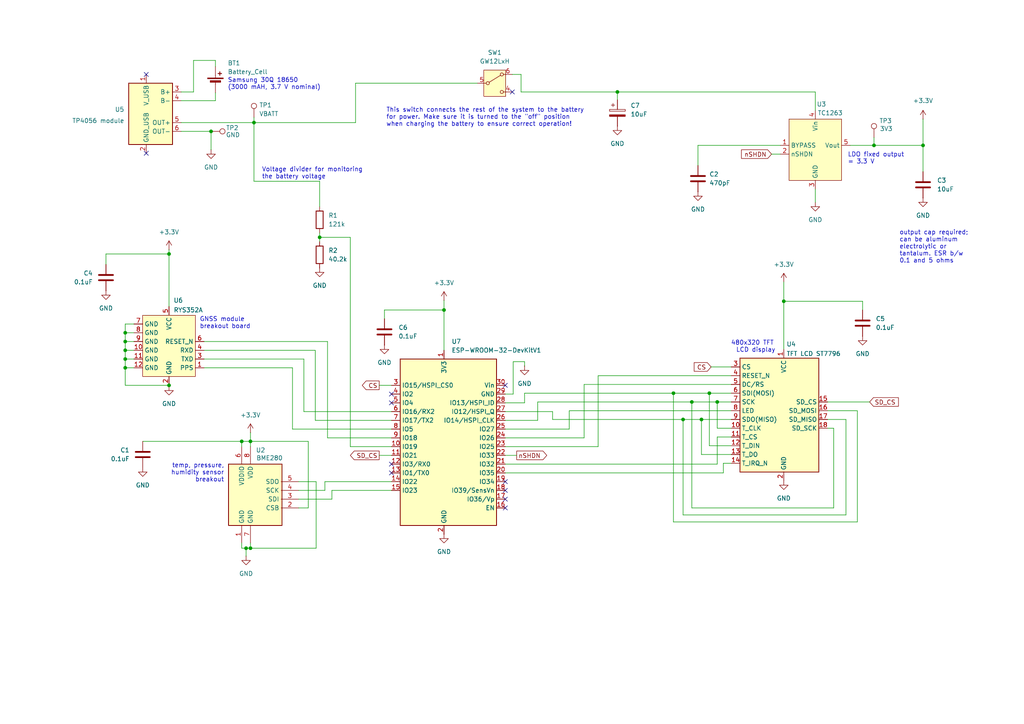
<source format=kicad_sch>
(kicad_sch (version 20231120) (generator "eeschema") (generator_version "8.0")
  (paper "A4")
  (title_block (title "FahrradTech Bike Computer") (date "2025-03-31") (rev "0"))
  (lib_symbols
    (symbol "Connector:TestPoint" (pin_numbers hide) (pin_names (offset 0.762) hide)
      (property "Reference" "TP" (at 0 6.858 0))
      (property "Value" "TestPoint" (at 0 5.08 0))
      (symbol "TestPoint_0_1"
        (circle (center 0 3.302) (radius 0.762))
      )
      (symbol "TestPoint_1_1"
        (pin passive line (at 0 0 90) (length 2.54) (name "1") (number "1"))
      )
    )
    (symbol "Device:Battery_Cell" (pin_numbers hide) (pin_names (offset 0) hide)
      (property "Reference" "BT" (at 2.54 2.54 0))
      (property "Value" "Battery_Cell" (at 2.54 0 0))
      (symbol "Battery_Cell_0_1"
        (rectangle (start -2.286 1.778) (end 2.286 1.524) (fill (type outline)))
        (rectangle (start -1.524 1.016) (end 1.524 0.508) (fill (type outline)))
        (polyline (pts (xy 0 0.762) (xy 0 0)))
        (polyline (pts (xy 0 1.778) (xy 0 2.54)))
        (polyline (pts (xy 0.762 3.048) (xy 1.778 3.048)) (stroke (width 0.254)))
        (polyline (pts (xy 1.27 3.556) (xy 1.27 2.54)) (stroke (width 0.254)))
      )
      (symbol "Battery_Cell_1_1"
        (pin passive line (at 0 5.08 270) (length 2.54) (name "+") (number "1"))
        (pin passive line (at 0 -2.54 90) (length 2.54) (name "-") (number "2"))
      )
    )
    (symbol "Device:C" (pin_numbers hide) (pin_names (offset 0.254))
      (property "Reference" "C" (at 0.635 2.54 0))
      (property "Value" "C" (at 0.635 -2.54 0))
      (symbol "C_0_1"
        (polyline (pts (xy -2.032 -0.762) (xy 2.032 -0.762)) (stroke (width 0.508)))
        (polyline (pts (xy -2.032 0.762) (xy 2.032 0.762)) (stroke (width 0.508)))
      )
      (symbol "C_1_1"
        (pin passive line (at 0 3.81 270) (length 2.794) (name "~") (number "1"))
        (pin passive line (at 0 -3.81 90) (length 2.794) (name "~") (number "2"))
      )
    )
    (symbol "Device:C_Polarized" (pin_numbers hide) (pin_names (offset 0.254))
      (property "Reference" "C" (at 0.635 2.54 0))
      (property "Value" "C_Polarized" (at 0.635 -2.54 0))
      (symbol "C_Polarized_0_1"
        (rectangle (start -2.286 0.508) (end 2.286 1.016))
        (polyline (pts (xy -1.778 2.286) (xy -0.762 2.286)))
        (polyline (pts (xy -1.27 2.794) (xy -1.27 1.778)))
        (rectangle (start 2.286 -0.508) (end -2.286 -1.016) (fill (type outline)))
      )
      (symbol "C_Polarized_1_1"
        (pin passive line (at 0 3.81 270) (length 2.794) (name "~") (number "1"))
        (pin passive line (at 0 -3.81 90) (length 2.794) (name "~") (number "2"))
      )
    )
    (symbol "Device:R" (pin_numbers hide) (pin_names (offset 0))
      (property "Reference" "R" (at 2.032 0 90))
      (property "Value" "R" (at 0 0 90))
      (symbol "R_0_1"
        (rectangle (start -1.016 -2.54) (end 1.016 2.54) (stroke (width 0.254)))
      )
      (symbol "R_1_1"
        (pin passive line (at 0 3.81 270) (length 1.27) (name "~") (number "1"))
        (pin passive line (at 0 -3.81 90) (length 1.27) (name "~") (number "2"))
      )
    )
    (symbol "FarrhadTech:BME280"
      (property "Reference" "U" (at 4.826 17.018 0))
      (property "Value" "BME280" (at 11.176 17.018 0))
      (symbol "BME280_0_1"
        (rectangle (start -5.08 15.24) (end 10.414 -2.54) (stroke (width 0.254)) (fill (type background)))
      )
      (symbol "BME280_1_1"
        (pin power_in line (at -1.27 -7.62 90) (length 5.08) (name "GND") (number "1"))
        (pin input line (at 15.24 2.54 180) (length 5.08) (name "CSB") (number "2"))
        (pin bidirectional line (at 15.24 5.08 180) (length 5.08) (name "SDI") (number "3"))
        (pin input line (at 15.24 7.62 180) (length 5.08) (name "SCK") (number "4"))
        (pin bidirectional line (at 15.24 10.16 180) (length 5.08) (name "SDO") (number "5"))
        (pin power_in line (at -1.27 20.32 270) (length 5.08) (name "VDDIO") (number "6"))
        (pin power_in line (at 1.27 -7.62 90) (length 5.08) (name "GND") (number "7"))
        (pin power_in line (at 1.27 20.32 270) (length 5.08) (name "VDD") (number "8"))
      )
    )
    (symbol "FarrhadTech:ESP-WROOM-32-DevKitV1"
      (property "Reference" "U" (at -12.7 34.29 0))
      (property "Value" "ESP-WROOM-32-DevKitV1" (at 1.27 34.29 0))
      (symbol "ESP-WROOM-32-DevKitV1_0_1"
        (rectangle (start -12.7 33.02) (end 15.24 -15.24) (stroke (width 0.254)) (fill (type background)))
      )
      (symbol "ESP-WROOM-32-DevKitV1_1_1"
        (pin power_in line (at 0 35.56 270) (length 2.54) (name "3V3") (number "1"))
        (pin bidirectional line (at -15.24 7.62 0) (length 2.54) (name "IO19") (number "10"))
        (pin bidirectional line (at -15.24 5.08 0) (length 2.54) (name "IO21") (number "11"))
        (pin bidirectional line (at -15.24 2.54 0) (length 2.54) (name "IO3/RX0") (number "12"))
        (pin bidirectional line (at -15.24 0 0) (length 2.54) (name "IO1/TX0") (number "13"))
        (pin bidirectional line (at -15.24 -2.54 0) (length 2.54) (name "IO22") (number "14"))
        (pin bidirectional line (at -15.24 -5.08 0) (length 2.54) (name "IO23") (number "15"))
        (pin input line (at 17.78 -10.16 180) (length 2.54) (name "EN") (number "16"))
        (pin input line (at 17.78 -7.62 180) (length 2.54) (name "IO36/Vp") (number "17"))
        (pin input line (at 17.78 -5.08 180) (length 2.54) (name "IO39/SensVn") (number "18"))
        (pin input line (at 17.78 -2.54 180) (length 2.54) (name "IO34") (number "19"))
        (pin power_in line (at 0 -17.78 90) (length 2.54) (name "GND") (number "2"))
        (pin input line (at 17.78 0 180) (length 2.54) (name "IO35") (number "20"))
        (pin bidirectional line (at 17.78 2.54 180) (length 2.54) (name "IO32") (number "21"))
        (pin bidirectional line (at 17.78 5.08 180) (length 2.54) (name "IO33") (number "22"))
        (pin bidirectional line (at 17.78 7.62 180) (length 2.54) (name "IO25") (number "23"))
        (pin bidirectional line (at 17.78 10.16 180) (length 2.54) (name "IO26") (number "24"))
        (pin bidirectional line (at 17.78 12.7 180) (length 2.54) (name "IO27") (number "25"))
        (pin bidirectional line (at 17.78 15.24 180) (length 2.54) (name "IO14/HSPI_CLK") (number "26"))
        (pin bidirectional line (at 17.78 17.78 180) (length 2.54) (name "IO12/HSPI_Q") (number "27"))
        (pin bidirectional line (at 17.78 20.32 180) (length 2.54) (name "IO13/HSPI_ID") (number "28"))
        (pin power_in line (at 17.78 22.86 180) (length 2.54) (name "GND") (number "29"))
        (pin bidirectional line (at -15.24 25.4 0) (length 2.54) (name "IO15/HSPI_CS0") (number "3"))
        (pin power_in line (at 17.78 25.4 180) (length 2.54) (name "Vin") (number "30"))
        (pin bidirectional line (at -15.24 22.86 0) (length 2.54) (name "IO2") (number "4"))
        (pin bidirectional line (at -15.24 20.32 0) (length 2.54) (name "IO4") (number "5"))
        (pin bidirectional line (at -15.24 17.78 0) (length 2.54) (name "IO16/RX2") (number "6"))
        (pin bidirectional line (at -15.24 15.24 0) (length 2.54) (name "IO17/TX2") (number "7"))
        (pin bidirectional line (at -15.24 12.7 0) (length 2.54) (name "IO5") (number "8"))
        (pin bidirectional line (at -15.24 10.16 0) (length 2.54) (name "IO18") (number "9"))
      )
    )
    (symbol "FarrhadTech:GW12LxH" (pin_names (offset 0) hide)
      (property "Reference" "SW" (at 0 5.08 0))
      (property "Value" "GW12LxH" (at 0 -5.08 0))
      (symbol "GW12LxH_0_1"
        (circle (center -2.032 0) (radius 0.4572))
        (polyline (pts (xy -1.651 0.254) (xy 1.651 2.286)))
        (circle (center 2.032 -2.54) (radius 0.4572))
        (circle (center 2.032 2.54) (radius 0.4572))
      )
      (symbol "GW12LxH_1_1"
        (rectangle (start -3.175 3.81) (end 3.175 -3.81) (fill (type background)))
        (pin passive line (at 5.08 -2.54 180) (length 2.54) (name "4") (number "4"))
        (pin passive line (at -5.08 0 0) (length 2.54) (name "5") (number "5"))
        (pin passive line (at 5.08 2.54 180) (length 2.54) (name "6") (number "6"))
      )
    )
    (symbol "FarrhadTech:RYS352A"
      (property "Reference" "U" (at 0 0 0))
      (property "Value" "RYS352A" (at 0 0 0))
      (symbol "RYS352A_0_1"
        (rectangle (start -7.62 -2.54) (end 7.62 -20.32) (fill (type background)))
      )
      (symbol "RYS352A_1_1"
        (pin output line (at -10.16 -17.78 0) (length 2.54) (name "PPS") (number "1"))
        (pin power_in line (at 10.16 -12.7 180) (length 2.54) (name "GND") (number "10"))
        (pin power_in line (at 10.16 -15.24 180) (length 2.54) (name "GND") (number "11"))
        (pin power_in line (at 10.16 -17.78 180) (length 2.54) (name "GND") (number "12"))
        (pin power_in line (at 0 -22.86 90) (length 2.54) (name "GND") (number "2"))
        (pin output line (at -10.16 -15.24 0) (length 2.54) (name "TXD") (number "3"))
        (pin input line (at -10.16 -12.7 0) (length 2.54) (name "RXD") (number "4"))
        (pin power_in line (at 0 0 270) (length 2.54) (name "VCC") (number "5"))
        (pin input line (at -10.16 -10.16 0) (length 2.54) (name "RESET_N") (number "6"))
        (pin power_in line (at 10.16 -5.08 180) (length 2.54) (name "GND") (number "7"))
        (pin power_in line (at 10.16 -7.62 180) (length 2.54) (name "GND") (number "8"))
        (pin power_in line (at 10.16 -10.16 180) (length 2.54) (name "GND") (number "9"))
      )
    )
    (symbol "FarrhadTech:TC1263"
      (property "Reference" "U" (at 0 0 0))
      (property "Value" "TC1263" (at 0 0 0))
      (symbol "TC1263_0_1"
        (rectangle (start -7.62 -2.54) (end 7.62 -20.32) (fill (type background)))
      )
      (symbol "TC1263_1_1"
        (pin input line (at -10.16 -10.16 0) (length 2.54) (name "BYPASS") (number "1"))
        (pin input line (at -10.16 -12.7 0) (length 2.54) (name "nSHDN") (number "2"))
        (pin power_in line (at 0 -22.86 90) (length 2.54) (name "GND") (number "3"))
        (pin power_in line (at 0 0 270) (length 2.54) (name "Vin") (number "4"))
        (pin power_in line (at 10.16 -10.16 180) (length 2.54) (name "Vout") (number "5"))
      )
    )
    (symbol "FarrhadTech:TFT_LCD_display"
      (property "Reference" "U" (at -10.16 10.16 0))
      (property "Value" "TFT LCD ST7796" (at 1.524 10.16 0))
      (symbol "TFT_LCD_display_0_1"
        (rectangle (start -12.7 7.62) (end 10.16 -25.4) (stroke (width 0.254)) (fill (type background)))
      )
      (symbol "TFT_LCD_display_1_1"
        (pin power_in line (at 0 10.16 270) (length 2.54) (name "VCC") (number "1"))
        (pin input line (at -15.24 -12.7 0) (length 2.54) (name "T_CLK") (number "10"))
        (pin input line (at -15.24 -15.24 0) (length 2.54) (name "T_CS") (number "11"))
        (pin input line (at -15.24 -17.78 0) (length 2.54) (name "T_DIN") (number "12"))
        (pin output line (at -15.24 -20.32 0) (length 2.54) (name "T_DO") (number "13"))
        (pin output line (at -15.24 -22.86 0) (length 2.54) (name "T_IRQ_N") (number "14"))
        (pin input line (at 12.7 -5.08 180) (length 2.54) (name "SD_CS") (number "15"))
        (pin input line (at 12.7 -7.62 180) (length 2.54) (name "SD_MOSI") (number "16"))
        (pin output line (at 12.7 -10.16 180) (length 2.54) (name "SD_MISO") (number "17"))
        (pin input line (at 12.7 -12.7 180) (length 2.54) (name "SD_SCK") (number "18"))
        (pin power_in line (at 0 -27.94 90) (length 2.54) (name "GND") (number "2"))
        (pin input line (at -15.24 5.08 0) (length 2.54) (name "CS") (number "3"))
        (pin input line (at -15.24 2.54 0) (length 2.54) (name "RESET_N") (number "4"))
        (pin input line (at -15.24 0 0) (length 2.54) (name "DC/RS") (number "5"))
        (pin input line (at -15.24 -2.54 0) (length 2.54) (name "SDI(MOSI)") (number "6"))
        (pin input line (at -15.24 -5.08 0) (length 2.54) (name "SCK") (number "7"))
        (pin input line (at -15.24 -7.62 0) (length 2.54) (name "LED") (number "8"))
        (pin output line (at -15.24 -10.16 0) (length 2.54) (name "SDO(MISO)") (number "9"))
      )
    )
    (symbol "FarrhadTech:TP4056"
      (property "Reference" "U" (at -7.62 10.16 0))
      (property "Value" "TP4056 module" (at 4.064 10.16 0))
      (symbol "TP4056_0_1"
        (rectangle (start -10.16 7.62) (end 2.54 -10.16) (stroke (width 0.254)) (fill (type background)))
      )
      (symbol "TP4056_1_1"
        (pin power_in line (at -2.54 10.16 270) (length 2.54) (name "V_USB") (number "1"))
        (pin power_in line (at -2.54 -12.7 90) (length 2.54) (name "GND_USB") (number "2"))
        (pin power_out line (at -12.7 5.08 0) (length 2.54) (name "B+") (number "3"))
        (pin power_out line (at -12.7 2.54 0) (length 2.54) (name "B-") (number "4"))
        (pin power_out line (at -12.7 -3.81 0) (length 2.54) (name "OUT+") (number "5"))
        (pin power_out line (at -12.7 -6.35 0) (length 2.54) (name "OUT-") (number "6"))
      )
    )
    (symbol "power:+3.3V" (power) (pin_numbers hide) (pin_names (offset 0) hide)
      (property "Value" "+3.3V" (at 0 3.556 0))
      (symbol "+3.3V_0_1"
        (polyline (pts (xy -0.762 1.27) (xy 0 2.54)))
        (polyline (pts (xy 0 0) (xy 0 2.54)))
        (polyline (pts (xy 0 2.54) (xy 0.762 1.27)))
      )
      (symbol "+3.3V_1_1"
        (pin power_in line (at 0 0 90) (length 0) (name "~") (number "1"))
      )
    )
    (symbol "power:+BATT" (power) (pin_numbers hide) (pin_names (offset 0) hide)
      (property "Value" "+BATT" (at 0 3.556 0))
      (symbol "+BATT_0_1"
        (polyline (pts (xy -0.762 1.27) (xy 0 2.54)))
        (polyline (pts (xy 0 0) (xy 0 2.54)))
        (polyline (pts (xy 0 2.54) (xy 0.762 1.27)))
      )
      (symbol "+BATT_1_1"
        (pin power_in line (at 0 0 90) (length 0) (name "~") (number "1"))
      )
    )
    (symbol "power:GND" (power) (pin_numbers hide) (pin_names (offset 0) hide)
      (property "Value" "GND" (at 0 -3.81 0))
      (symbol "GND_0_1"
        (polyline (pts (xy 0 0) (xy 0 -1.27) (xy 1.27 -1.27) (xy 0 -2.54) (xy -1.27 -1.27) (xy 0 -1.27)))
      )
      (symbol "GND_1_1"
        (pin power_in line (at 0 0 270) (length 0) (name "~") (number "1"))
      )
    )
  )
  (junction (at 71.374 159.004))
  (junction (at 92.71 68.834))
  (junction (at 70.104 128.016))
  (junction (at 61.214 38.1))
  (junction (at 36.322 99.06))
  (junction (at 208.026 116.586))
  (junction (at 227.33 87.376))
  (junction (at 267.716 42.164))
  (junction (at 128.778 89.916))
  (junction (at 200.66 116.586))
  (junction (at 73.66 35.56))
  (junction (at 72.644 159.004))
  (junction (at 36.322 104.14))
  (junction (at 195.326 114.046))
  (junction (at 253.492 42.164))
  (junction (at 36.322 96.52))
  (junction (at 36.322 101.6))
  (junction (at 72.644 128.016))
  (junction (at 49.022 73.66))
  (junction (at 179.07 26.67))
  (junction (at 198.12 121.666))
  (junction (at 205.74 114.046))
  (junction (at 36.322 106.68))
  (junction (at 203.454 121.666))
  (junction (at 49.022 111.76))
  (no_connect (at 42.418 44.45))
  (no_connect (at 113.538 114.3))
  (no_connect (at 146.558 144.78))
  (no_connect (at 113.538 116.84))
  (no_connect (at 146.558 139.7))
  (no_connect (at 148.59 26.67))
  (no_connect (at 113.538 134.62))
  (no_connect (at 42.418 21.59))
  (no_connect (at 146.558 142.24))
  (no_connect (at 146.558 111.76))
  (no_connect (at 113.538 137.16))
  (no_connect (at 146.558 147.32))
  (wire (pts (xy 92.71 52.578) (xy 73.66 52.578)))
  (wire (pts (xy 202.438 42.164) (xy 202.438 48.006)))
  (wire (pts (xy 94.234 142.24) (xy 94.234 139.7)))
  (wire (pts (xy 209.804 134.366) (xy 209.804 137.16)))
  (wire (pts (xy 59.182 101.6) (xy 91.44 101.6)))
  (wire (pts (xy 236.474 26.67) (xy 236.474 32.004)))
  (wire (pts (xy 88.138 104.14) (xy 88.138 119.38)))
  (wire (pts (xy 151.13 21.59) (xy 151.13 26.67)))
  (wire (pts (xy 84.836 124.46) (xy 113.538 124.46)))
  (wire (pts (xy 59.182 99.06) (xy 94.996 99.06)))
  (wire (pts (xy 111.506 89.916) (xy 111.506 92.456)))
  (wire (pts (xy 73.66 35.56) (xy 103.124 35.56)))
  (wire (pts (xy 203.454 131.826) (xy 203.454 121.666)))
  (wire (pts (xy 246.634 42.164) (xy 253.492 42.164)))
  (wire (pts (xy 92.71 68.834) (xy 101.6 68.834)))
  (wire (pts (xy 36.322 99.06) (xy 36.322 101.6)))
  (wire (pts (xy 84.836 106.68) (xy 84.836 124.46)))
  (wire (pts (xy 146.558 121.92) (xy 155.956 121.92)))
  (wire (pts (xy 241.808 147.32) (xy 200.66 147.32)))
  (wire (pts (xy 91.44 121.92) (xy 113.538 121.92)))
  (wire (pts (xy 38.862 93.98) (xy 36.322 93.98)))
  (wire (pts (xy 59.182 106.68) (xy 84.836 106.68)))
  (wire (pts (xy 241.808 124.206) (xy 241.808 147.32)))
  (wire (pts (xy 212.09 129.286) (xy 205.74 129.286)))
  (wire (pts (xy 72.644 157.48) (xy 72.644 159.004)))
  (wire (pts (xy 36.322 111.76) (xy 49.022 111.76)))
  (wire (pts (xy 208.026 126.746) (xy 212.09 126.746)))
  (wire (pts (xy 70.104 128.016) (xy 72.644 128.016)))
  (wire (pts (xy 103.124 24.13) (xy 103.124 35.56)))
  (wire (pts (xy 59.182 104.14) (xy 88.138 104.14)))
  (wire (pts (xy 94.234 139.7) (xy 113.538 139.7)))
  (wire (pts (xy 62.484 29.21) (xy 62.484 26.924)))
  (wire (pts (xy 253.492 42.164) (xy 267.716 42.164)))
  (wire (pts (xy 52.578 38.1) (xy 61.214 38.1)))
  (wire (pts (xy 49.022 73.66) (xy 49.022 88.9)))
  (wire (pts (xy 96.266 144.78) (xy 96.266 142.24)))
  (wire (pts (xy 96.266 142.24) (xy 113.538 142.24)))
  (wire (pts (xy 173.482 129.54) (xy 173.482 108.966)))
  (wire (pts (xy 206.248 106.426) (xy 212.09 106.426)))
  (wire (pts (xy 103.124 24.13) (xy 138.43 24.13)))
  (wire (pts (xy 109.982 132.08) (xy 113.538 132.08)))
  (wire (pts (xy 203.454 121.666) (xy 212.09 121.666)))
  (wire (pts (xy 52.578 26.67) (xy 56.134 26.67)))
  (wire (pts (xy 152.146 114.046) (xy 195.326 114.046)))
  (wire (pts (xy 36.322 104.14) (xy 36.322 106.68)))
  (wire (pts (xy 198.12 149.352) (xy 198.12 121.666)))
  (wire (pts (xy 41.402 128.016) (xy 70.104 128.016)))
  (wire (pts (xy 165.1 119.126) (xy 212.09 119.126)))
  (wire (pts (xy 86.614 139.7) (xy 91.694 139.7)))
  (wire (pts (xy 89.408 147.32) (xy 89.408 128.016)))
  (wire (pts (xy 208.026 116.586) (xy 212.09 116.586)))
  (wire (pts (xy 38.862 101.6) (xy 36.322 101.6)))
  (wire (pts (xy 92.71 67.564) (xy 92.71 68.834)))
  (wire (pts (xy 30.734 76.708) (xy 30.734 73.66)))
  (wire (pts (xy 198.12 121.666) (xy 203.454 121.666)))
  (wire (pts (xy 128.778 101.6) (xy 128.778 89.916)))
  (wire (pts (xy 151.13 26.67) (xy 179.07 26.67)))
  (wire (pts (xy 30.734 73.66) (xy 49.022 73.66)))
  (wire (pts (xy 52.578 35.56) (xy 73.66 35.56)))
  (wire (pts (xy 36.322 101.6) (xy 36.322 104.14)))
  (wire (pts (xy 86.614 144.78) (xy 96.266 144.78)))
  (wire (pts (xy 38.862 104.14) (xy 36.322 104.14)))
  (wire (pts (xy 86.614 147.32) (xy 89.408 147.32)))
  (wire (pts (xy 128.778 87.122) (xy 128.778 89.916)))
  (wire (pts (xy 92.71 59.944) (xy 92.71 52.578)))
  (wire (pts (xy 227.33 81.788) (xy 227.33 87.376)))
  (wire (pts (xy 209.804 134.366) (xy 212.09 134.366)))
  (wire (pts (xy 91.44 101.6) (xy 91.44 121.92)))
  (wire (pts (xy 56.134 26.67) (xy 56.134 17.526)))
  (wire (pts (xy 250.19 87.376) (xy 227.33 87.376)))
  (wire (pts (xy 72.644 125.476) (xy 72.644 128.016)))
  (wire (pts (xy 146.558 129.54) (xy 173.482 129.54)))
  (wire (pts (xy 36.322 96.52) (xy 36.322 99.06)))
  (wire (pts (xy 49.022 72.39) (xy 49.022 73.66)))
  (wire (pts (xy 223.774 44.704) (xy 226.314 44.704)))
  (wire (pts (xy 88.138 119.38) (xy 113.538 119.38)))
  (wire (pts (xy 109.982 111.76) (xy 113.538 111.76)))
  (wire (pts (xy 146.558 116.84) (xy 152.146 116.84)))
  (wire (pts (xy 165.1 124.46) (xy 165.1 119.126)))
  (wire (pts (xy 227.33 87.376) (xy 227.33 101.346)))
  (wire (pts (xy 91.694 139.7) (xy 91.694 159.004)))
  (wire (pts (xy 73.66 52.578) (xy 73.66 35.56)))
  (wire (pts (xy 208.026 124.206) (xy 208.026 116.586)))
  (wire (pts (xy 152.146 116.84) (xy 152.146 114.046)))
  (wire (pts (xy 212.09 124.206) (xy 208.026 124.206)))
  (wire (pts (xy 146.558 124.46) (xy 165.1 124.46)))
  (wire (pts (xy 267.716 42.164) (xy 267.716 49.784)))
  (wire (pts (xy 91.694 159.004) (xy 72.644 159.004)))
  (wire (pts (xy 250.19 89.916) (xy 250.19 87.376)))
  (wire (pts (xy 146.558 119.38) (xy 160.274 119.38)))
  (wire (pts (xy 205.74 114.046) (xy 205.74 129.286)))
  (wire (pts (xy 146.558 137.16) (xy 209.804 137.16)))
  (wire (pts (xy 70.104 157.48) (xy 70.104 159.004)))
  (wire (pts (xy 173.482 108.966) (xy 212.09 108.966)))
  (wire (pts (xy 73.66 34.036) (xy 73.66 35.56)))
  (wire (pts (xy 52.578 29.21) (xy 62.484 29.21)))
  (wire (pts (xy 240.03 119.126) (xy 248.666 119.126)))
  (wire (pts (xy 70.104 128.016) (xy 70.104 129.54)))
  (wire (pts (xy 160.274 119.38) (xy 160.274 121.666)))
  (wire (pts (xy 146.558 127) (xy 169.418 127)))
  (wire (pts (xy 152.146 104.902) (xy 152.146 106.172)))
  (wire (pts (xy 195.326 151.384) (xy 195.326 114.046)))
  (wire (pts (xy 236.474 54.864) (xy 236.474 58.674)))
  (wire (pts (xy 94.996 99.06) (xy 94.996 127)))
  (wire (pts (xy 148.844 114.3) (xy 148.844 104.902)))
  (wire (pts (xy 38.862 99.06) (xy 36.322 99.06)))
  (wire (pts (xy 146.558 132.08) (xy 149.86 132.08)))
  (wire (pts (xy 146.558 134.62) (xy 208.026 134.62)))
  (wire (pts (xy 111.506 89.916) (xy 128.778 89.916)))
  (wire (pts (xy 248.666 119.126) (xy 248.666 151.384)))
  (wire (pts (xy 89.408 128.016) (xy 72.644 128.016)))
  (wire (pts (xy 253.492 39.878) (xy 253.492 42.164)))
  (wire (pts (xy 101.6 68.834) (xy 101.6 129.54)))
  (wire (pts (xy 38.862 106.68) (xy 36.322 106.68)))
  (wire (pts (xy 148.59 21.59) (xy 151.13 21.59)))
  (wire (pts (xy 169.418 127) (xy 169.418 111.506)))
  (wire (pts (xy 245.364 121.666) (xy 245.364 149.352)))
  (wire (pts (xy 101.6 129.54) (xy 113.538 129.54)))
  (wire (pts (xy 92.71 68.834) (xy 92.71 70.104)))
  (wire (pts (xy 86.614 142.24) (xy 94.234 142.24)))
  (wire (pts (xy 148.844 104.902) (xy 152.146 104.902)))
  (wire (pts (xy 240.03 121.666) (xy 245.364 121.666)))
  (wire (pts (xy 212.09 131.826) (xy 203.454 131.826)))
  (wire (pts (xy 169.418 111.506) (xy 212.09 111.506)))
  (wire (pts (xy 267.716 34.544) (xy 267.716 42.164)))
  (wire (pts (xy 38.862 96.52) (xy 36.322 96.52)))
  (wire (pts (xy 226.314 42.164) (xy 202.438 42.164)))
  (wire (pts (xy 71.374 159.004) (xy 71.374 161.29)))
  (wire (pts (xy 200.66 116.586) (xy 208.026 116.586)))
  (wire (pts (xy 240.03 124.206) (xy 241.808 124.206)))
  (wire (pts (xy 195.326 114.046) (xy 205.74 114.046)))
  (wire (pts (xy 200.66 116.586) (xy 200.66 147.32)))
  (wire (pts (xy 248.666 151.384) (xy 195.326 151.384)))
  (wire (pts (xy 72.644 159.004) (xy 71.374 159.004)))
  (wire (pts (xy 36.322 93.98) (xy 36.322 96.52)))
  (wire (pts (xy 245.364 149.352) (xy 198.12 149.352)))
  (wire (pts (xy 146.558 114.3) (xy 148.844 114.3)))
  (wire (pts (xy 155.956 116.586) (xy 200.66 116.586)))
  (wire (pts (xy 94.996 127) (xy 113.538 127)))
  (wire (pts (xy 56.134 17.526) (xy 62.484 17.526)))
  (wire (pts (xy 179.07 28.956) (xy 179.07 26.67)))
  (wire (pts (xy 49.022 112.014) (xy 49.022 111.76)))
  (wire (pts (xy 72.644 128.016) (xy 72.644 129.54)))
  (wire (pts (xy 179.07 26.67) (xy 236.474 26.67)))
  (wire (pts (xy 205.74 114.046) (xy 212.09 114.046)))
  (wire (pts (xy 36.322 106.68) (xy 36.322 111.76)))
  (wire (pts (xy 61.214 38.1) (xy 61.214 43.434)))
  (wire (pts (xy 70.104 159.004) (xy 71.374 159.004)))
  (wire (pts (xy 160.274 121.666) (xy 198.12 121.666)))
  (wire (pts (xy 62.484 17.526) (xy 62.484 19.304)))
  (wire (pts (xy 155.956 121.92) (xy 155.956 116.586)))
  (wire (pts (xy 240.03 116.586) (xy 252.222 116.586)))
  (wire (pts (xy 208.026 134.62) (xy 208.026 126.746)))
  (text "output cap required; \ncan be aluminum\nelectrolytic or \ntantalum. ESR b/w \n0.1 and 5 ohms" (at 260.858 71.628 0) (effects (font (size 1.27 1.27)) (justify left)))
  (text "This switch connects the rest of the system to the battery  \nfor power. Make sure it is turned to the \"off\" position \nwhen charging the battery to ensure correct operation!" (at 112.014 34.036 0) (effects (font (size 1.27 1.27)) (justify left)))
  (text "Samsung 30Q 18650 \n(3000 mAH, 3.7 V nominal)" (at 66.04 24.384 0) (effects (font (size 1.27 1.27)) (justify left)))
  (text "Voltage divider for monitoring \nthe battery voltage" (at 75.946 50.292 0) (effects (font (size 1.27 1.27)) (justify left)))
  (text "temp, pressure,\nhumidity sensor\nbreakout" (exclude_from_sim yes) (at 65.024 137.16 0) (effects (font (size 1.27 1.27)) (justify right)))
  (text "GNSS module\nbreakout board" (exclude_from_sim yes) (at 57.912 93.726 0) (effects (font (size 1.27 1.27)) (justify left)))
  (text "LDO fixed output \n= 3.3 V" (at 245.872 45.974 0) (effects (font (size 1.27 1.27)) (justify left)))
  (text "480x320 TFT  \nLCD display" (exclude_from_sim yes) (at 219.202 100.584 0) (effects (font (size 1.27 1.27))))
  (global_label "CS" (shape output) (at 109.982 111.76 180) (property "Intersheetrefs" "${INTERSHEET_REFS}" (effects (hide yes))))
  (global_label "nSHDN" (shape output) (at 149.86 132.08 0) (property "Intersheetrefs" "${INTERSHEET_REFS}" (effects (hide yes))))
  (global_label "SD_CS" (shape output) (at 109.982 132.08 180) (property "Intersheetrefs" "${INTERSHEET_REFS}" (effects (hide yes))))
  (global_label "SD_CS" (shape input) (at 252.222 116.586 0) (property "Intersheetrefs" "${INTERSHEET_REFS}" (effects (hide yes))))
  (global_label "nSHDN" (shape input) (at 223.774 44.704 180) (property "Intersheetrefs" "${INTERSHEET_REFS}" (effects (hide yes))))
  (global_label "CS" (shape input) (at 206.248 106.426 180) (property "Intersheetrefs" "${INTERSHEET_REFS}" (effects (hide yes))))
  (symbol (lib_id "FarrhadTech:RYS352A") (at 49.022 88.9 0) (mirror y) (unit 1)
    (property "Reference" "U6" (at 53.086 87.122 0) (effects (justify left)))
    (property "Value" "RYS352A" (at 54.61 89.916 0))
    (property "Footprint" "FahrradTech:RYS352A" (effects (hide yes)))
    (property "Datasheet" "https://reyax.com//upload/products_download/download_file/RYS352A.pdf" (effects (hide yes)))
    (property "Description" "UART GNSS antenna module" (effects (hide yes)))
    (property "Part Num" "REYAX RYS352A" (effects (hide yes)))
  )
  (symbol (lib_id "power:GND") (at 202.438 55.626 0) (unit 1)
    (property "Reference" "#PWR018" (effects (hide yes)))
    (property "Value" "GND" (at 202.438 60.706 0))
    (property "Description" "Power symbol creates a global label with name \"GND\" , ground" (effects (hide yes)))
  )
  (symbol (lib_id "power:GND") (at 49.022 112.014 0) (mirror y) (unit 1)
    (property "Reference" "#PWR04" (effects (hide yes)))
    (property "Value" "GND" (at 49.022 117.094 0))
    (property "Description" "Power symbol creates a global label with name \"GND\" , ground" (effects (hide yes)))
  )
  (symbol (lib_id "power:GND") (at 152.146 106.172 0) (mirror y) (unit 1)
    (property "Reference" "#PWR07" (effects (hide yes)))
    (property "Value" "GND" (at 152.146 111.252 0))
    (property "Description" "Power symbol creates a global label with name \"GND\" , ground" (effects (hide yes)))
  )
  (symbol (lib_id "power:+3.3V") (at 72.644 125.476 0) (mirror y) (unit 1)
    (property "Reference" "#PWR02" (effects (hide yes)))
    (property "Value" "+3.3V" (at 72.644 120.396 0))
    (property "Description" "Power symbol creates a global label with name \"+3.3V\"" (effects (hide yes)))
  )
  (symbol (lib_id "power:GND") (at 111.506 100.076 0) (mirror y) (unit 1)
    (property "Reference" "#PWR01" (effects (hide yes)))
    (property "Value" "GND" (at 111.506 105.156 0))
    (property "Description" "Power symbol creates a global label with name \"GND\" , ground" (effects (hide yes)))
  )
  (symbol (lib_id "power:GND") (at 61.214 43.434 0) (unit 1)
    (property "Reference" "#PWR06" (effects (hide yes)))
    (property "Value" "GND" (at 61.214 48.514 0))
    (property "Description" "Power symbol creates a global label with name \"GND\" , ground" (effects (hide yes)))
  )
  (symbol (lib_id "Connector:TestPoint") (at 253.492 39.878 0) (unit 1)
    (property "Reference" "TP3" (at 255.016 35.052 0) (effects (justify left)))
    (property "Value" "3V3" (at 257.048 37.338 0))
    (property "Footprint" "FahrradTech:TestPoint_Keystone_5000-5004_Miniature" (effects (hide yes)))
    (property "Description" "Test point loop, red" (effects (hide yes)))
    (property "Part Num" "Keystone Electronics 5000" (effects (hide yes)))
  )
  (symbol (lib_id "power:GND") (at 41.402 135.636 0) (mirror y) (unit 1)
    (property "Reference" "#PWR09" (effects (hide yes)))
    (property "Value" "GND" (at 41.402 140.716 0))
    (property "Description" "Power symbol creates a global label with name \"GND\" , ground" (effects (hide yes)))
  )
  (symbol (lib_id "FarrhadTech:ESP-WROOM-32-DevKitV1") (at 128.778 137.16 0) (unit 1)
    (property "Reference" "U7" (at 130.9721 99.06 0) (effects (justify left)))
    (property "Value" "ESP-WROOM-32-DevKitV1" (at 130.9721 101.6 0) (effects (justify left)))
    (property "Footprint" "FahrradTech:ESP-WROOM-32_DevKitV1" (effects (hide yes)))
    (property "Datasheet" "..." (effects (hide yes)))
    (property "Description" "RF Module, ESP32-D0WDQ6 SoC, Wi-Fi 802.11b/g/n, Bluetooth, BLE, 32-bit, 2.7-3.6V, onboard antenna, SMD" (effects (hide yes)))
    (property "Part Num" "ESP-WROOM-32-DevKitV1" (effects (hide yes)))
  )
  (symbol (lib_id "power:+3.3V") (at 49.022 72.39 0) (mirror y) (unit 1)
    (property "Reference" "#PWR011" (effects (hide yes)))
    (property "Value" "+3.3V" (at 49.022 67.31 0))
    (property "Description" "Power symbol creates a global label with name \"+3.3V\"" (effects (hide yes)))
  )
  (symbol (lib_id "Device:C") (at 111.506 96.266 0) (mirror y) (unit 1)
    (property "Reference" "C6" (at 115.57 94.9959 0) (effects (justify right)))
    (property "Value" "0.1uF" (at 115.57 97.5359 0) (effects (justify right)))
    (property "Footprint" "Capacitor_THT:C_Rect_L4.6mm_W2.0mm_P2.50mm_MKS02_FKP02" (effects (hide yes)))
    (property "Description" "Unpolarized capacitor, 50 VDC, X7R, 10%, 2.5 mm lead spacing" (effects (hide yes)))
    (property "Part Num" "FG18X7R1H104KNT00" (effects (hide yes)))
  )
  (symbol (lib_id "FarrhadTech:TFT_LCD_display") (at 227.33 111.506 0) (unit 1)
    (property "Reference" "U4" (at 228.092 99.822 0) (effects (justify left)))
    (property "Value" "TFT LCD ST7796" (at 228.092 101.854 0) (effects (justify left top)))
    (property "Footprint" "FahrradTech:Display_420x380" (effects (hide yes)))
    (property "Datasheet" "http://www.lcdwiki.com/4.0inch_SPI_Module_ST7796" (effects (hide yes)))
    (property "Description" "480x320 TFT Touch Screen LCD" (effects (hide yes)))
    (property "Part Num" "Hosyond TFT LCD 480x320" (effects (hide yes)))
  )
  (symbol (lib_id "FarrhadTech:TP4056") (at 39.878 31.75 0) (mirror y) (unit 1)
    (property "Reference" "U5" (at 36.068 31.7499 0) (effects (justify left)))
    (property "Value" "TP4056 module" (at 36.068 34.2899 0) (effects (justify left top)))
    (property "Footprint" "FahrradTech:TP4056_module" (effects (hide yes)))
    (property "Datasheet" "https://scienticy.com/tp4065-module-3-7v-lithium-battery-charging-with-protection/" (effects (hide yes)))
    (property "Description" "18650 battery management module" (effects (hide yes)))
    (property "Part Num" "TP4056 module" (effects (hide yes)))
  )
  (symbol (lib_id "FarrhadTech:GW12LxH") (at 143.51 24.13 0) (unit 1)
    (property "Reference" "SW1" (at 143.51 15.24 0))
    (property "Value" "GW12LxH" (at 143.51 17.78 0))
    (property "Footprint" "FahrradTech:SW_Lever_1P2T_NKK_GW12LxH" (effects (hide yes)))
    (property "Description" "SPDT paddle switch, red, right-angle" (effects (hide yes)))
    (property "Part Num" "GW12LxH" (effects (hide yes)))
  )
  (symbol (lib_id "FarrhadTech:TC1263") (at 236.474 32.004 0) (unit 1)
    (property "Reference" "U3" (at 238.252 30.226 0))
    (property "Value" "TC1263" (at 240.792 32.766 0))
    (property "Footprint" "FahrradTech:TO-220-5_P3.4x3.8mm_StaggerOdd_Lead7.13mm_TabDown" (effects (hide yes)))
    (property "Datasheet" "https://www.mouser.com/ProductDetail/Microchip-Technology/TC1263-3.3VAT?qs=%2FW%252B71d8egwXO3TfDnMDtKg%3D%3D" (effects (hide yes)))
    (property "Description" "3.3 V Fixed-Output CMOS LDO" (effects (hide yes)))
    (property "Part Num" "TC1263-3.3VAT" (effects (hide yes)))
  )
  (symbol (lib_id "Device:R") (at 92.71 73.914 0) (unit 1)
    (property "Reference" "R2" (at 95.25 72.6439 0) (effects (justify left)))
    (property "Value" "40.2k" (at 95.25 75.1839 0) (effects (justify left)))
    (property "Footprint" "Resistor_THT:R_Axial_DIN0207_L6.3mm_D2.5mm_P10.16mm_Horizontal" (effects (hide yes)))
    (property "Description" "Resistor, 0.25 W, 1%" (effects (hide yes)))
    (property "Part Num" "MFR-25FTE52-40K2 " (effects (hide yes)))
  )
  (symbol (lib_id "Device:C") (at 202.438 51.816 0) (unit 1)
    (property "Reference" "C2" (at 205.74 50.5459 0) (effects (justify left)))
    (property "Value" "470pF" (at 205.74 53.0859 0) (effects (justify left)))
    (property "Footprint" "Capacitor_THT:C_Rect_L4.6mm_W2.0mm_P2.50mm_MKS02_FKP02" (effects (hide yes)))
    (property "Description" "Unpolarized capacitor, 50 VDC, X7R, 10%, 2.5 mm lead spacing" (effects (hide yes)))
    (property "Part Num" "K471K15X7RF53L2" (effects (hide yes)))
  )
  (symbol (lib_id "power:GND") (at 227.33 139.446 0) (mirror y) (unit 1)
    (property "Reference" "#PWR03" (effects (hide yes)))
    (property "Value" "GND" (at 227.33 144.526 0))
    (property "Description" "Power symbol creates a global label with name \"GND\" , ground" (effects (hide yes)))
  )
  (symbol (lib_id "Connector:TestPoint") (at 61.214 38.1 270) (unit 1)
    (property "Reference" "TP2" (at 65.532 37.084 90) (effects (justify left)))
    (property "Value" "GND" (at 67.564 39.116 90))
    (property "Footprint" "FahrradTech:TestPoint_Keystone_5000-5004_Miniature" (effects (hide yes)))
    (property "Description" "Test point loop, black" (effects (hide yes)))
    (property "Part Num" "Keystone Electronics 5002" (effects (hide yes)))
  )
  (symbol (lib_id "Device:R") (at 92.71 63.754 0) (unit 1)
    (property "Reference" "R1" (at 95.25 62.4839 0) (effects (justify left)))
    (property "Value" "121k" (at 95.25 65.0239 0) (effects (justify left)))
    (property "Footprint" "Resistor_THT:R_Axial_DIN0207_L6.3mm_D2.5mm_P10.16mm_Horizontal" (effects (hide yes)))
    (property "Description" "Resistor, 0.25 W, 1%" (effects (hide yes)))
    (property "Part Num" "MFR-25FBF52-121K" (effects (hide yes)))
  )
  (symbol (lib_id "Device:C") (at 267.716 53.594 0) (unit 1)
    (property "Reference" "C3" (at 271.78 52.3239 0) (effects (justify left)))
    (property "Value" "10uF" (at 271.78 54.8639 0) (effects (justify left)))
    (property "Footprint" "Capacitor_THT:CP_Radial_D5.0mm_P2.00mm" (effects (hide yes)))
    (property "Description" "Polarized capacitor, 25 VDC, 20%, 2mm lead spacing" (effects (hide yes)))
    (property "Part Num" "ECA-1EM100" (effects (hide yes)))
  )
  (symbol (lib_id "Device:C") (at 30.734 80.518 0) (mirror y) (unit 1)
    (property "Reference" "C4" (at 26.924 79.2479 0) (effects (justify left)))
    (property "Value" "0.1uF" (at 26.924 81.7879 0) (effects (justify left)))
    (property "Footprint" "Capacitor_THT:C_Rect_L4.6mm_W2.0mm_P2.50mm_MKS02_FKP02" (effects (hide yes)))
    (property "Description" "Unpolarized capacitor, 50 VDC, X7R, 10%, 2.5 mm lead spacing" (effects (hide yes)))
    (property "Part Num" "FG18X7R1H104KNT00" (effects (hide yes)))
  )
  (symbol (lib_id "power:+BATT") (at 267.716 34.544 0) (unit 1)
    (property "Reference" "#PWR010" (effects (hide yes)))
    (property "Value" "+3.3V" (at 267.716 29.21 0))
    (property "Description" "Power symbol creates a global label with name \"+BATT\"" (effects (hide yes)))
  )
  (symbol (lib_id "Connector:TestPoint") (at 73.66 34.036 0) (unit 1)
    (property "Reference" "TP1" (at 75.184 30.48 0) (effects (justify left)))
    (property "Value" "VBATT" (at 77.978 33.02 0))
    (property "Footprint" "FahrradTech:TestPoint_Keystone_5000-5004_Miniature" (effects (hide yes)))
    (property "Description" "Test point loop, red" (effects (hide yes)))
    (property "Part Num" "Keystone Electronics 5000" (effects (hide yes)))
  )
  (symbol (lib_id "power:GND") (at 71.374 161.29 0) (mirror y) (unit 1)
    (property "Reference" "#PWR08" (effects (hide yes)))
    (property "Value" "GND" (at 71.374 166.37 0))
    (property "Description" "Power symbol creates a global label with name \"GND\" , ground" (effects (hide yes)))
  )
  (symbol (lib_id "power:GND") (at 92.71 77.724 0) (unit 1)
    (property "Reference" "#PWR05" (effects (hide yes)))
    (property "Value" "GND" (at 92.71 82.804 0))
    (property "Description" "Power symbol creates a global label with name \"GND\" , ground" (effects (hide yes)))
  )
  (symbol (lib_id "power:GND") (at 179.07 36.576 0) (unit 1)
    (property "Reference" "#PWR013" (effects (hide yes)))
    (property "Value" "GND" (at 179.07 41.656 0))
    (property "Description" "Power symbol creates a global label with name \"GND\" , ground" (effects (hide yes)))
  )
  (symbol (lib_id "Device:C") (at 250.19 93.726 0) (unit 1)
    (property "Reference" "C5" (at 254 92.4559 0) (effects (justify left)))
    (property "Value" "0.1uF" (at 254 94.9959 0) (effects (justify left)))
    (property "Footprint" "Capacitor_THT:C_Rect_L4.6mm_W2.0mm_P2.50mm_MKS02_FKP02" (effects (hide yes)))
    (property "Description" "Unpolarized capacitor, 50 VDC, X7R, 10%, 2.5 mm lead spacing" (effects (hide yes)))
    (property "Part Num" "FG18X7R1H104KNT00" (effects (hide yes)))
  )
  (symbol (lib_id "power:+3.3V") (at 128.778 87.122 0) (mirror y) (unit 1)
    (property "Reference" "#PWR020" (effects (hide yes)))
    (property "Value" "+3.3V" (at 128.778 82.042 0))
    (property "Description" "Power symbol creates a global label with name \"+3.3V\"" (effects (hide yes)))
  )
  (symbol (lib_id "power:GND") (at 30.734 84.328 0) (mirror y) (unit 1)
    (property "Reference" "#PWR016" (effects (hide yes)))
    (property "Value" "GND" (at 30.734 89.408 0))
    (property "Description" "Power symbol creates a global label with name \"GND\" , ground" (effects (hide yes)))
  )
  (symbol (lib_id "power:GND") (at 128.778 154.94 0) (mirror y) (unit 1)
    (property "Reference" "#PWR021" (effects (hide yes)))
    (property "Value" "GND" (at 128.778 160.02 0))
    (property "Description" "Power symbol creates a global label with name \"GND\" , ground" (effects (hide yes)))
  )
  (symbol (lib_id "power:GND") (at 250.19 97.536 0) (mirror y) (unit 1)
    (property "Reference" "#PWR017" (effects (hide yes)))
    (property "Value" "GND" (at 250.19 102.616 0))
    (property "Description" "Power symbol creates a global label with name \"GND\" , ground" (effects (hide yes)))
  )
  (symbol (lib_id "Device:C") (at 41.402 131.826 0) (mirror y) (unit 1)
    (property "Reference" "C1" (at 37.592 130.5559 0) (effects (justify left)))
    (property "Value" "0.1uF" (at 37.592 133.0959 0) (effects (justify left)))
    (property "Footprint" "Capacitor_THT:C_Rect_L4.6mm_W2.0mm_P2.50mm_MKS02_FKP02" (effects (hide yes)))
    (property "Description" "Unpolarized capacitor, 50 VDC, X7R, 10%, 2.5 mm lead spacing" (effects (hide yes)))
    (property "Part Num" "FG18X7R1H104KNT00" (effects (hide yes)))
  )
  (symbol (lib_id "Device:Battery_Cell") (at 62.484 24.384 0) (unit 1)
    (property "Reference" "BT1" (at 66.04 18.288 0) (effects (justify left)))
    (property "Value" "Battery_Cell" (at 66.04 20.828 0) (effects (justify left)))
    (property "Footprint" "FahrradTech:BatteryHolder_18650" (effects (hide yes)))
    (property "Description" "18650 battery, 3000 mAH, 3.7 V nominal" (effects (hide yes)))
    (property "Part Num" "Samsung 30Q 18650" (effects (hide yes)))
  )
  (symbol (lib_id "power:+3.3V") (at 227.33 81.788 0) (mirror y) (unit 1)
    (property "Reference" "#PWR012" (effects (hide yes)))
    (property "Value" "+3.3V" (at 227.33 76.708 0))
    (property "Description" "Power symbol creates a global label with name \"+3.3V\"" (effects (hide yes)))
  )
  (symbol (lib_id "power:GND") (at 236.474 58.674 0) (unit 1)
    (property "Reference" "#PWR014" (effects (hide yes)))
    (property "Value" "GND" (at 236.474 63.754 0))
    (property "Description" "Power symbol creates a global label with name \"GND\" , ground" (effects (hide yes)))
  )
  (symbol (lib_id "Device:C_Polarized") (at 179.07 32.766 0) (unit 1)
    (property "Reference" "C7" (at 182.88 30.6069 0) (effects (justify left)))
    (property "Value" "10uF" (at 182.88 33.1469 0) (effects (justify left)))
    (property "Footprint" "Capacitor_THT:CP_Radial_D5.0mm_P2.00mm" (effects (hide yes)))
    (property "Description" "Polarized capacitor, 25 VDC, 20%, 2mm lead spacing" (effects (hide yes)))
    (property "Part Num" "ECA-1EM100" (effects (hide yes)))
  )
  (symbol (lib_id "power:GND") (at 267.716 57.404 0) (unit 1)
    (property "Reference" "#PWR019" (effects (hide yes)))
    (property "Value" "GND" (at 267.716 62.484 0))
    (property "Description" "Power symbol creates a global label with name \"GND\" , ground" (effects (hide yes)))
  )
  (symbol (lib_id "FarrhadTech:BME280") (at 71.374 149.86 0) (unit 1)
    (property "Reference" "U2" (at 76.962 130.556 0) (effects (justify right)))
    (property "Value" "BME280" (at 82.042 132.842 0) (effects (justify right)))
    (property "Footprint" "FahrradTech:BME280_module" (effects (hide yes)))
    (property "Datasheet" "https://www.bosch-sensortec.com/media/boschsensortec/downloads/datasheets/bst-bme280-ds002.pdf" (effects (hide yes)))
    (property "Description" "3-in-1 sensor, humidity, pressure, temperature, I2C and SPI interface, 1.71-3.6V" (effects (hide yes)))
    (property "Part Num" "BME280 module" (effects (hide yes)))
  )
)
</source>
